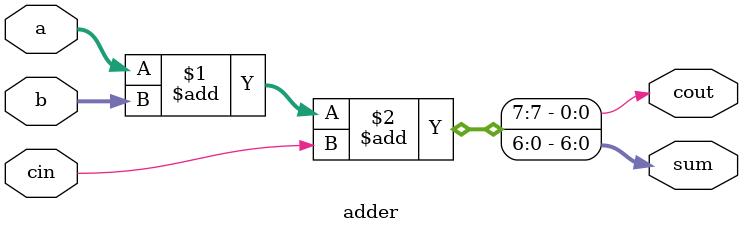
<source format=v>

`timescale 1ns / 1ps
module adder(input [6:0] a, input [6:0] b, input cin, output [6:0] sum, output cout);
	assign {cout, sum} = a + b + cin;
endmodule

</source>
